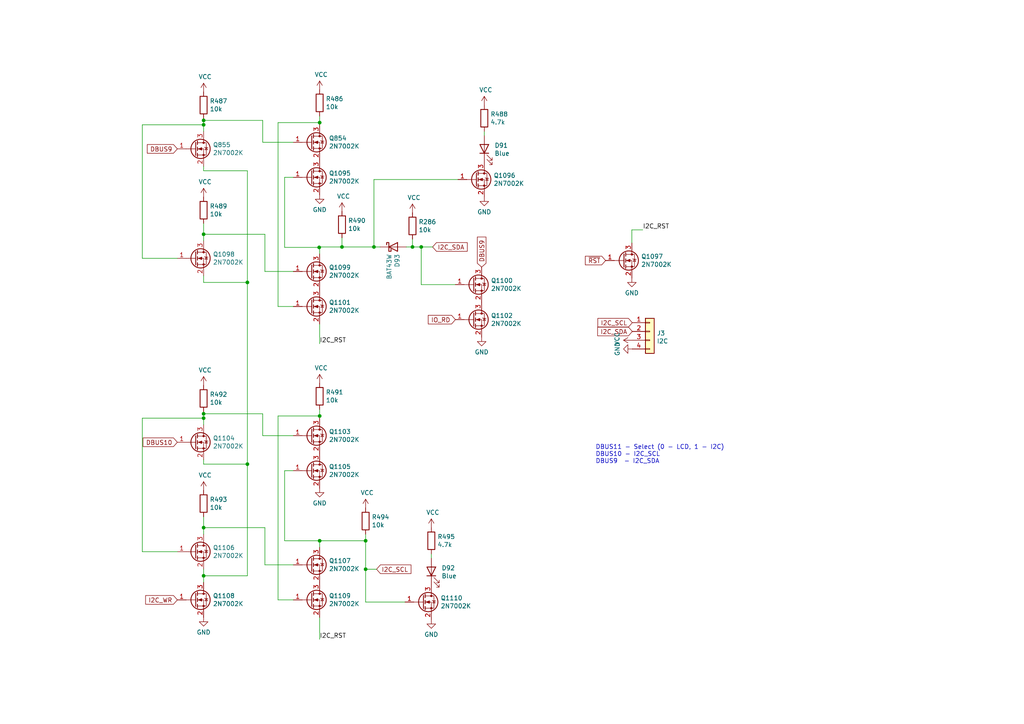
<source format=kicad_sch>
(kicad_sch (version 20210126) (generator eeschema)
  (paper "A4")
  (lib_symbols
    (symbol "Connector_Generic:Conn_01x04" (pin_names (offset 1.016) hide)
      (property "Reference" "J" (at 0 5.08 0))
      (property "Value" "Conn_01x04" (at 0 -7.62 0))
      (symbol "Conn_01x04_1_1"
        (rectangle (start -1.27 -4.953) (end 0 -5.207) (stroke (width 0.1524)))
        (rectangle (start -1.27 -2.413) (end 0 -2.667) (stroke (width 0.1524)))
        (rectangle (start -1.27 0.127) (end 0 -0.127) (stroke (width 0.1524)))
        (rectangle (start -1.27 2.667) (end 0 2.413) (stroke (width 0.1524)))
        (rectangle (start -1.27 3.81) (end 1.27 -6.35) (stroke (width 0.254)) (fill (type background)))
        (pin passive line (at -5.08 2.54 0) (length 3.81) (name "Pin_1") (number "1"))
        (pin passive line (at -5.08 0 0) (length 3.81) (name "Pin_2") (number "2"))
        (pin passive line (at -5.08 -2.54 0) (length 3.81) (name "Pin_3") (number "3"))
        (pin passive line (at -5.08 -5.08 0) (length 3.81) (name "Pin_4") (number "4"))
      )
    )
    (symbol "Device:LED" (pin_numbers hide) (pin_names (offset 1.016) hide)
      (property "Reference" "D" (at 0 2.54 0))
      (property "Value" "LED" (at 0 -2.54 0))
      (symbol "LED_0_1"
        (polyline (pts (xy -1.27 -1.27) (xy -1.27 1.27)) (stroke (width 0.254)))
        (polyline (pts (xy -1.27 0) (xy 1.27 0)))
        (polyline (pts (xy 1.27 -1.27) (xy 1.27 1.27) (xy -1.27 0) (xy 1.27 -1.27)) (stroke (width 0.254)))
        (polyline (pts (xy -3.048 -0.762) (xy -4.572 -2.286) (xy -3.81 -2.286) (xy -4.572 -2.286) (xy -4.572 -1.524)))
        (polyline (pts (xy -1.778 -0.762) (xy -3.302 -2.286) (xy -2.54 -2.286) (xy -3.302 -2.286) (xy -3.302 -1.524)))
      )
      (symbol "LED_1_1"
        (pin passive line (at -3.81 0 0) (length 2.54) (name "K") (number "1"))
        (pin passive line (at 3.81 0 180) (length 2.54) (name "A") (number "2"))
      )
    )
    (symbol "Device:R" (pin_numbers hide) (pin_names (offset 0))
      (property "Reference" "R" (at 2.032 0 90))
      (property "Value" "R" (at 0 0 90))
      (symbol "R_0_1"
        (rectangle (start -1.016 -2.54) (end 1.016 2.54) (stroke (width 0.254)))
      )
      (symbol "R_1_1"
        (pin passive line (at 0 3.81 270) (length 1.27) (name "~") (number "1"))
        (pin passive line (at 0 -3.81 90) (length 1.27) (name "~") (number "2"))
      )
    )
    (symbol "Diode:1N5819" (pin_numbers hide) (pin_names (offset 1.016) hide)
      (property "Reference" "D" (at 0 2.54 0))
      (property "Value" "1N5819" (at 0 -2.54 0))
      (symbol "1N5819_0_1"
        (polyline (pts (xy 1.27 0) (xy -1.27 0)))
        (polyline (pts (xy 1.27 1.27) (xy 1.27 -1.27) (xy -1.27 0) (xy 1.27 1.27)) (stroke (width 0.254)))
        (polyline (pts (xy -1.905 0.635) (xy -1.905 1.27) (xy -1.27 1.27) (xy -1.27 -1.27) (xy -0.635 -1.27) (xy -0.635 -0.635)) (stroke (width 0.254)))
      )
      (symbol "1N5819_1_1"
        (pin passive line (at -3.81 0 0) (length 2.54) (name "K") (number "1"))
        (pin passive line (at 3.81 0 180) (length 2.54) (name "A") (number "2"))
      )
    )
    (symbol "Transistor_FET:2N7002" (pin_names hide)
      (property "Reference" "Q" (at 5.08 1.905 0))
      (property "Value" "2N7002" (at 5.08 0 0))
      (symbol "2N7002_0_1"
        (circle (center 1.651 0) (radius 2.794) (stroke (width 0.254)))
        (circle (center 2.54 -1.778) (radius 0.254) (fill (type outline)))
        (circle (center 2.54 1.778) (radius 0.254) (fill (type outline)))
        (polyline (pts (xy 0.254 0) (xy -2.54 0)))
        (polyline (pts (xy 0.254 1.905) (xy 0.254 -1.905)) (stroke (width 0.254)))
        (polyline (pts (xy 0.762 -1.27) (xy 0.762 -2.286)) (stroke (width 0.254)))
        (polyline (pts (xy 0.762 0.508) (xy 0.762 -0.508)) (stroke (width 0.254)))
        (polyline (pts (xy 0.762 2.286) (xy 0.762 1.27)) (stroke (width 0.254)))
        (polyline (pts (xy 2.54 2.54) (xy 2.54 1.778)))
        (polyline (pts (xy 2.54 -2.54) (xy 2.54 0) (xy 0.762 0)))
        (polyline (pts (xy 0.762 -1.778) (xy 3.302 -1.778) (xy 3.302 1.778) (xy 0.762 1.778)))
        (polyline (pts (xy 2.794 0.508) (xy 2.921 0.381) (xy 3.683 0.381) (xy 3.81 0.254)))
        (polyline (pts (xy 3.302 0.381) (xy 2.921 -0.254) (xy 3.683 -0.254) (xy 3.302 0.381)))
        (polyline (pts (xy 1.016 0) (xy 2.032 0.381) (xy 2.032 -0.381) (xy 1.016 0)) (fill (type outline)))
      )
      (symbol "2N7002_1_1"
        (pin input line (at -5.08 0 0) (length 2.54) (name "G") (number "1"))
        (pin passive line (at 2.54 -5.08 90) (length 2.54) (name "S") (number "2"))
        (pin passive line (at 2.54 5.08 270) (length 2.54) (name "D") (number "3"))
      )
    )
    (symbol "power:GND" (power) (pin_names (offset 0))
      (property "Value" "GND" (at 0 -3.81 0))
      (symbol "GND_0_1"
        (polyline (pts (xy 0 0) (xy 0 -1.27) (xy 1.27 -1.27) (xy 0 -2.54) (xy -1.27 -1.27) (xy 0 -1.27)))
      )
      (symbol "GND_1_1"
        (pin power_in line (at 0 0 270) (length 0) hide (name "GND") (number "1"))
      )
    )
    (symbol "power:VCC" (power) (pin_names (offset 0))
      (property "Value" "VCC" (at 0 3.81 0))
      (symbol "VCC_0_1"
        (polyline (pts (xy -0.762 1.27) (xy 0 2.54)))
        (polyline (pts (xy 0 0) (xy 0 2.54)))
        (polyline (pts (xy 0 2.54) (xy 0.762 1.27)))
      )
      (symbol "VCC_1_1"
        (pin power_in line (at 0 0 90) (length 0) hide (name "VCC") (number "1"))
      )
    )
  )
  (junction (at 59.055 34.925) (diameter 0.9144))
  (junction (at 59.055 36.195) (diameter 0.9144))
  (junction (at 59.055 67.945) (diameter 0.9144))
  (junction (at 59.055 120.015) (diameter 0.9144))
  (junction (at 59.055 121.285) (diameter 0.9144))
  (junction (at 59.055 153.035) (diameter 0.9144))
  (junction (at 59.055 167.005) (diameter 0.9144))
  (junction (at 71.755 81.915) (diameter 0.9144))
  (junction (at 71.755 134.62) (diameter 0.9144))
  (junction (at 92.583 71.755) (diameter 0.9144))
  (junction (at 92.71 35.56) (diameter 0.9144))
  (junction (at 92.71 120.65) (diameter 0.9144))
  (junction (at 92.71 156.845) (diameter 0.9144))
  (junction (at 99.187 71.628) (diameter 0.9144))
  (junction (at 106.045 156.845) (diameter 0.9144))
  (junction (at 106.045 165.1) (diameter 0.9144))
  (junction (at 108.458 71.628) (diameter 0.9144))
  (junction (at 119.634 71.628) (diameter 0.9144))
  (junction (at 122.174 71.628) (diameter 0.9144))
  (wire (pts (xy 41.275 36.195) (xy 41.275 74.93)))
  (wire (pts (xy 41.275 36.195) (xy 59.055 36.195)))
  (wire (pts (xy 41.275 74.93) (xy 51.435 74.93)))
  (wire (pts (xy 41.275 121.285) (xy 41.275 160.02)))
  (wire (pts (xy 41.275 121.285) (xy 59.055 121.285)))
  (wire (pts (xy 41.275 160.02) (xy 51.435 160.02)))
  (wire (pts (xy 59.055 34.29) (xy 59.055 34.925)))
  (wire (pts (xy 59.055 34.925) (xy 59.055 36.195)))
  (wire (pts (xy 59.055 34.925) (xy 76.2 34.925)))
  (wire (pts (xy 59.055 36.195) (xy 59.055 38.1)))
  (wire (pts (xy 59.055 48.26) (xy 59.055 49.53)))
  (wire (pts (xy 59.055 49.53) (xy 71.755 49.53)))
  (wire (pts (xy 59.055 64.77) (xy 59.055 67.945)))
  (wire (pts (xy 59.055 67.945) (xy 59.055 69.85)))
  (wire (pts (xy 59.055 67.945) (xy 76.835 67.945)))
  (wire (pts (xy 59.055 80.01) (xy 59.055 81.915)))
  (wire (pts (xy 59.055 119.38) (xy 59.055 120.015)))
  (wire (pts (xy 59.055 120.015) (xy 59.055 121.285)))
  (wire (pts (xy 59.055 120.015) (xy 76.2 120.015)))
  (wire (pts (xy 59.055 121.285) (xy 59.055 123.19)))
  (wire (pts (xy 59.055 133.35) (xy 59.055 134.62)))
  (wire (pts (xy 59.055 134.62) (xy 71.755 134.62)))
  (wire (pts (xy 59.055 149.86) (xy 59.055 153.035)))
  (wire (pts (xy 59.055 153.035) (xy 59.055 154.94)))
  (wire (pts (xy 59.055 153.035) (xy 76.835 153.035)))
  (wire (pts (xy 59.055 165.1) (xy 59.055 167.005)))
  (wire (pts (xy 59.055 167.005) (xy 59.055 168.91)))
  (wire (pts (xy 71.755 49.53) (xy 71.755 81.915)))
  (wire (pts (xy 71.755 81.915) (xy 59.055 81.915)))
  (wire (pts (xy 71.755 81.915) (xy 71.755 134.62)))
  (wire (pts (xy 71.755 134.62) (xy 71.755 167.005)))
  (wire (pts (xy 71.755 167.005) (xy 59.055 167.005)))
  (wire (pts (xy 76.2 41.275) (xy 76.2 34.925)))
  (wire (pts (xy 76.2 126.365) (xy 76.2 120.015)))
  (wire (pts (xy 76.835 67.945) (xy 76.835 78.74)))
  (wire (pts (xy 76.835 78.74) (xy 85.09 78.74)))
  (wire (pts (xy 76.835 153.035) (xy 76.835 163.83)))
  (wire (pts (xy 76.835 163.83) (xy 85.09 163.83)))
  (wire (pts (xy 80.645 35.56) (xy 92.71 35.56)))
  (wire (pts (xy 80.645 88.9) (xy 80.645 35.56)))
  (wire (pts (xy 80.645 120.65) (xy 92.71 120.65)))
  (wire (pts (xy 80.645 173.99) (xy 80.645 120.65)))
  (wire (pts (xy 82.55 51.435) (xy 82.55 71.755)))
  (wire (pts (xy 82.55 71.755) (xy 92.583 71.755)))
  (wire (pts (xy 82.55 136.525) (xy 82.55 156.845)))
  (wire (pts (xy 82.55 156.845) (xy 92.71 156.845)))
  (wire (pts (xy 85.09 41.275) (xy 76.2 41.275)))
  (wire (pts (xy 85.09 51.435) (xy 82.55 51.435)))
  (wire (pts (xy 85.09 88.9) (xy 80.645 88.9)))
  (wire (pts (xy 85.09 126.365) (xy 76.2 126.365)))
  (wire (pts (xy 85.09 136.525) (xy 82.55 136.525)))
  (wire (pts (xy 85.09 173.99) (xy 80.645 173.99)))
  (wire (pts (xy 92.583 71.628) (xy 92.583 71.755)))
  (wire (pts (xy 92.583 71.628) (xy 99.187 71.628)))
  (wire (pts (xy 92.583 71.755) (xy 92.71 71.755)))
  (wire (pts (xy 92.71 33.655) (xy 92.71 35.56)))
  (wire (pts (xy 92.71 35.56) (xy 92.71 36.195)))
  (wire (pts (xy 92.71 71.755) (xy 92.71 73.66)))
  (wire (pts (xy 92.71 93.98) (xy 92.71 99.695)))
  (wire (pts (xy 92.71 118.745) (xy 92.71 120.65)))
  (wire (pts (xy 92.71 120.65) (xy 92.71 121.285)))
  (wire (pts (xy 92.71 156.845) (xy 92.71 158.75)))
  (wire (pts (xy 92.71 156.845) (xy 106.045 156.845)))
  (wire (pts (xy 92.71 179.07) (xy 92.71 185.42)))
  (wire (pts (xy 99.187 68.961) (xy 99.187 71.628)))
  (wire (pts (xy 99.187 71.628) (xy 108.458 71.628)))
  (wire (pts (xy 106.045 154.94) (xy 106.045 156.845)))
  (wire (pts (xy 106.045 156.845) (xy 106.045 165.1)))
  (wire (pts (xy 106.045 165.1) (xy 106.045 174.625)))
  (wire (pts (xy 106.045 165.1) (xy 109.22 165.1)))
  (wire (pts (xy 106.045 174.625) (xy 117.475 174.625)))
  (wire (pts (xy 108.458 52.07) (xy 108.458 71.628)))
  (wire (pts (xy 108.458 71.628) (xy 110.236 71.628)))
  (wire (pts (xy 117.856 71.628) (xy 119.634 71.628)))
  (wire (pts (xy 119.634 69.342) (xy 119.634 71.628)))
  (wire (pts (xy 119.634 71.628) (xy 122.174 71.628)))
  (wire (pts (xy 122.174 71.628) (xy 122.174 82.55)))
  (wire (pts (xy 125.095 160.655) (xy 125.095 161.925)))
  (wire (pts (xy 125.476 71.628) (xy 122.174 71.628)))
  (wire (pts (xy 132.08 82.55) (xy 122.174 82.55)))
  (wire (pts (xy 132.842 52.07) (xy 108.458 52.07)))
  (wire (pts (xy 140.462 38.1) (xy 140.462 39.37)))
  (wire (pts (xy 183.261 66.675) (xy 183.261 70.485)))
  (wire (pts (xy 186.436 66.675) (xy 183.261 66.675)))
  (text "DBUS11 - Select (0 - LCD, 1 - I2C)\nDBUS10 - I2C_SCL\nDBUS9  - I2C_SDA" (at 172.72 134.62 0) (effects (font (size 1.27 1.27)) (justify left bottom)))
  (label "I2C_RST" (at 92.71 99.695 0))
  (label "I2C_RST" (at 92.71 185.42 0))
  (label "I2C_RST" (at 186.436 66.675 0))
  (global_label "DBUS9" (shape input) (at 51.435 43.18 180) (property "Intersheet References" "${INTERSHEET_REFS}" (effects hide)))
  (global_label "DBUS10" (shape input) (at 51.435 128.27 180) (property "Intersheet References" "${INTERSHEET_REFS}" (effects hide)))
  (global_label "I2C_WR" (shape input) (at 51.435 173.99 180) (property "Intersheet References" "${INTERSHEET_REFS}" (effects hide)))
  (global_label "I2C_SCL" (shape input) (at 109.22 165.1 0) (property "Intersheet References" "${INTERSHEET_REFS}" (effects hide)))
  (global_label "I2C_SDA" (shape input) (at 125.476 71.628 0) (property "Intersheet References" "${INTERSHEET_REFS}" (effects hide)))
  (global_label "IO_RD" (shape input) (at 132.08 92.71 180) (property "Intersheet References" "${INTERSHEET_REFS}" (effects hide)))
  (global_label "DBUS9" (shape input) (at 139.7 77.47 90) (property "Intersheet References" "${INTERSHEET_REFS}" (effects hide)))
  (global_label "~RST" (shape input) (at 175.641 75.565 180) (property "Intersheet References" "${INTERSHEET_REFS}" (effects hide)))
  (global_label "I2C_SCL" (shape input) (at 183.388 93.599 180) (property "Intersheet References" "${INTERSHEET_REFS}" (effects hide)))
  (global_label "I2C_SDA" (shape input) (at 183.388 96.139 180) (property "Intersheet References" "${INTERSHEET_REFS}" (effects hide)))
  (symbol (lib_id "power:VCC") (at 59.055 26.67 0) (unit 1)
    (property "Reference" "#PWR0983" (effects hide))
    (property "Value" "VCC" (at 59.4868 22.2758 0))
  )
  (symbol (lib_id "power:VCC") (at 59.055 57.15 0) (unit 1)
    (property "Reference" "#PWR0986" (effects hide))
    (property "Value" "VCC" (at 59.4868 52.7558 0))
  )
  (symbol (lib_id "power:VCC") (at 59.055 111.76 0) (unit 1)
    (property "Reference" "#PWR0992" (effects hide))
    (property "Value" "VCC" (at 59.4868 107.3658 0))
  )
  (symbol (lib_id "power:VCC") (at 59.055 142.24 0) (unit 1)
    (property "Reference" "#PWR0994" (effects hide))
    (property "Value" "VCC" (at 59.4868 137.8458 0))
  )
  (symbol (lib_id "power:VCC") (at 92.71 26.035 0) (unit 1)
    (property "Reference" "#PWR0750" (effects hide))
    (property "Value" "VCC" (at 93.1418 21.6408 0))
  )
  (symbol (lib_id "power:VCC") (at 92.71 111.125 0) (unit 1)
    (property "Reference" "#PWR0991" (effects hide))
    (property "Value" "VCC" (at 93.1418 106.7308 0))
  )
  (symbol (lib_id "power:VCC") (at 99.187 61.341 0) (unit 1)
    (property "Reference" "#PWR0988" (effects hide))
    (property "Value" "VCC" (at 99.6188 56.9468 0))
  )
  (symbol (lib_id "power:VCC") (at 106.045 147.32 0) (unit 1)
    (property "Reference" "#PWR0995" (effects hide))
    (property "Value" "VCC" (at 106.4768 142.9258 0))
  )
  (symbol (lib_id "power:VCC") (at 119.634 61.722 0) (unit 1)
    (property "Reference" "#PWR01004" (effects hide))
    (property "Value" "VCC" (at 120.0658 57.3278 0))
  )
  (symbol (lib_id "power:VCC") (at 125.095 153.035 0) (unit 1)
    (property "Reference" "#PWR0996" (effects hide))
    (property "Value" "VCC" (at 125.5268 148.6408 0))
  )
  (symbol (lib_id "power:VCC") (at 140.462 30.48 0) (unit 1)
    (property "Reference" "#PWR0984" (effects hide))
    (property "Value" "VCC" (at 140.8938 26.0858 0))
  )
  (symbol (lib_id "power:VCC") (at 183.388 98.679 90) (unit 1)
    (property "Reference" "#PWR01001" (effects hide))
    (property "Value" "VCC" (at 178.9938 98.2472 0))
  )
  (symbol (lib_id "power:GND") (at 59.055 179.07 0) (unit 1)
    (property "Reference" "#PWR0997" (effects hide))
    (property "Value" "GND" (at 59.055 183.3944 0))
  )
  (symbol (lib_id "power:GND") (at 92.71 56.515 0) (unit 1)
    (property "Reference" "#PWR0985" (effects hide))
    (property "Value" "GND" (at 92.71 60.8394 0))
  )
  (symbol (lib_id "power:GND") (at 92.71 141.605 0) (unit 1)
    (property "Reference" "#PWR0993" (effects hide))
    (property "Value" "GND" (at 92.71 145.9294 0))
  )
  (symbol (lib_id "power:GND") (at 125.095 179.705 0) (unit 1)
    (property "Reference" "#PWR0998" (effects hide))
    (property "Value" "GND" (at 125.095 184.0294 0))
  )
  (symbol (lib_id "power:GND") (at 139.7 97.79 0) (unit 1)
    (property "Reference" "#PWR0990" (effects hide))
    (property "Value" "GND" (at 139.7 102.1144 0))
  )
  (symbol (lib_id "power:GND") (at 140.462 57.15 0) (unit 1)
    (property "Reference" "#PWR0987" (effects hide))
    (property "Value" "GND" (at 140.462 61.4744 0))
  )
  (symbol (lib_id "power:GND") (at 183.261 80.645 0) (unit 1)
    (property "Reference" "#PWR0989" (effects hide))
    (property "Value" "GND" (at 183.261 84.9694 0))
  )
  (symbol (lib_id "power:GND") (at 183.388 101.219 270) (unit 1)
    (property "Reference" "#PWR01000" (effects hide))
    (property "Value" "GND" (at 179.0636 101.219 0))
  )
  (symbol (lib_id "Device:R") (at 59.055 30.48 0) (unit 1)
    (property "Reference" "R487" (at 60.833 29.3116 0) (effects (justify left)))
    (property "Value" "10k" (at 60.833 31.623 0) (effects (justify left)))
    (property "Footprint" "Resistor_SMD:R_0805_2012Metric" (effects hide))
    (property "LCSC" "C17414" (effects hide))
  )
  (symbol (lib_id "Device:R") (at 59.055 60.96 0) (unit 1)
    (property "Reference" "R489" (at 60.833 59.7916 0) (effects (justify left)))
    (property "Value" "10k" (at 60.833 62.103 0) (effects (justify left)))
    (property "Footprint" "Resistor_SMD:R_0805_2012Metric" (effects hide))
    (property "LCSC" "C17414" (effects hide))
  )
  (symbol (lib_id "Device:R") (at 59.055 115.57 0) (unit 1)
    (property "Reference" "R492" (at 60.833 114.4016 0) (effects (justify left)))
    (property "Value" "10k" (at 60.833 116.713 0) (effects (justify left)))
    (property "Footprint" "Resistor_SMD:R_0805_2012Metric" (effects hide))
    (property "LCSC" "C17414" (effects hide))
  )
  (symbol (lib_id "Device:R") (at 59.055 146.05 0) (unit 1)
    (property "Reference" "R493" (at 60.833 144.8816 0) (effects (justify left)))
    (property "Value" "10k" (at 60.833 147.193 0) (effects (justify left)))
    (property "Footprint" "Resistor_SMD:R_0805_2012Metric" (effects hide))
    (property "LCSC" "C17414" (effects hide))
  )
  (symbol (lib_id "Device:R") (at 92.71 29.845 0) (unit 1)
    (property "Reference" "R486" (at 94.488 28.6766 0) (effects (justify left)))
    (property "Value" "10k" (at 94.488 30.988 0) (effects (justify left)))
    (property "Footprint" "Resistor_SMD:R_0805_2012Metric" (effects hide))
    (property "LCSC" "C17414" (effects hide))
  )
  (symbol (lib_id "Device:R") (at 92.71 114.935 0) (unit 1)
    (property "Reference" "R491" (at 94.488 113.7666 0) (effects (justify left)))
    (property "Value" "10k" (at 94.488 116.078 0) (effects (justify left)))
    (property "Footprint" "Resistor_SMD:R_0805_2012Metric" (effects hide))
    (property "LCSC" "C17414" (effects hide))
  )
  (symbol (lib_id "Device:R") (at 99.187 65.151 0) (unit 1)
    (property "Reference" "R490" (at 100.965 63.9826 0) (effects (justify left)))
    (property "Value" "10k" (at 100.965 66.294 0) (effects (justify left)))
    (property "Footprint" "Resistor_SMD:R_0805_2012Metric" (effects hide))
    (property "LCSC" "C17414" (effects hide))
  )
  (symbol (lib_id "Device:R") (at 106.045 151.13 0) (unit 1)
    (property "Reference" "R494" (at 107.823 149.9616 0) (effects (justify left)))
    (property "Value" "10k" (at 107.823 152.273 0) (effects (justify left)))
    (property "Footprint" "Resistor_SMD:R_0805_2012Metric" (effects hide))
    (property "LCSC" "C17414" (effects hide))
  )
  (symbol (lib_id "Device:R") (at 119.634 65.532 0) (unit 1)
    (property "Reference" "R286" (at 121.412 64.3636 0) (effects (justify left)))
    (property "Value" "10k" (at 121.412 66.675 0) (effects (justify left)))
    (property "Footprint" "Resistor_SMD:R_0805_2012Metric" (effects hide))
    (property "LCSC" "C17414" (effects hide))
  )
  (symbol (lib_id "Device:R") (at 125.095 156.845 0) (unit 1)
    (property "Reference" "R495" (at 126.873 155.6766 0) (effects (justify left)))
    (property "Value" "4.7k" (at 126.873 157.988 0) (effects (justify left)))
    (property "Footprint" "Resistor_SMD:R_0805_2012Metric" (effects hide))
    (property "LCSC" "C17673" (effects hide))
  )
  (symbol (lib_id "Device:R") (at 140.462 34.29 0) (unit 1)
    (property "Reference" "R488" (at 142.24 33.1216 0) (effects (justify left)))
    (property "Value" "4.7k" (at 142.24 35.433 0) (effects (justify left)))
    (property "Footprint" "Resistor_SMD:R_0805_2012Metric" (effects hide))
    (property "LCSC" "C17673" (effects hide))
  )
  (symbol (lib_id "Diode:1N5819") (at 114.046 71.628 0) (unit 1)
    (property "Reference" "D93" (at 115.1954 73.6601 90) (effects (justify right)))
    (property "Value" "BAT43W" (at 112.8967 73.6601 90) (effects (justify right)))
    (property "Footprint" "Diode_SMD:D_SOD-123" (effects hide))
    (property "Datasheet" "https://datasheet.lcsc.com/szlcsc/Changjiang-Electronics-Tech-CJ-BAT43W_C19167.pdf" (effects hide))
    (property "LCSC" "C19167" (effects hide))
  )
  (symbol (lib_id "Device:LED") (at 125.095 165.735 90) (unit 1)
    (property "Reference" "D92" (at 128.0668 164.7444 90) (effects (justify right)))
    (property "Value" "Blue" (at 128.0668 167.0558 90) (effects (justify right)))
    (property "Footprint" "LED_SMD:LED_0805_2012Metric" (effects hide))
    (property "LCSC" "C2293" (effects hide))
  )
  (symbol (lib_id "Device:LED") (at 140.462 43.18 90) (unit 1)
    (property "Reference" "D91" (at 143.4338 42.1894 90) (effects (justify right)))
    (property "Value" "Blue" (at 143.4338 44.5008 90) (effects (justify right)))
    (property "Footprint" "LED_SMD:LED_0805_2012Metric" (effects hide))
    (property "LCSC" "C2293" (effects hide))
  )
  (symbol (lib_id "Connector_Generic:Conn_01x04") (at 188.468 96.139 0) (unit 1)
    (property "Reference" "J3" (at 190.5001 96.6481 0) (effects (justify left)))
    (property "Value" "I2C" (at 190.5001 98.9468 0) (effects (justify left)))
    (property "Footprint" "Connector_PinHeader_2.54mm:PinHeader_1x04_P2.54mm_Vertical" (effects hide))
  )
  (symbol (lib_id "Transistor_FET:2N7002") (at 56.515 43.18 0) (unit 1)
    (property "Reference" "Q855" (at 61.7474 42.0116 0) (effects (justify left)))
    (property "Value" "2N7002K" (at 61.747 44.323 0) (effects (justify left)))
    (property "Footprint" "Package_TO_SOT_SMD:SOT-23" (effects hide))
    (property "Datasheet" "https://datasheet.lcsc.com/szlcsc/Guangdong-Hottech-2N7002K_C181083.pdf" (effects hide))
    (property "LCSC" "C181083" (effects hide))
  )
  (symbol (lib_id "Transistor_FET:2N7002") (at 56.515 74.93 0) (unit 1)
    (property "Reference" "Q1098" (at 61.7474 73.7616 0) (effects (justify left)))
    (property "Value" "2N7002K" (at 61.747 76.073 0) (effects (justify left)))
    (property "Footprint" "Package_TO_SOT_SMD:SOT-23" (effects hide))
    (property "Datasheet" "https://datasheet.lcsc.com/szlcsc/Guangdong-Hottech-2N7002K_C181083.pdf" (effects hide))
    (property "LCSC" "C181083" (effects hide))
  )
  (symbol (lib_id "Transistor_FET:2N7002") (at 56.515 128.27 0) (unit 1)
    (property "Reference" "Q1104" (at 61.7474 127.1016 0) (effects (justify left)))
    (property "Value" "2N7002K" (at 61.747 129.413 0) (effects (justify left)))
    (property "Footprint" "Package_TO_SOT_SMD:SOT-23" (effects hide))
    (property "Datasheet" "https://datasheet.lcsc.com/szlcsc/Guangdong-Hottech-2N7002K_C181083.pdf" (effects hide))
    (property "LCSC" "C181083" (effects hide))
  )
  (symbol (lib_id "Transistor_FET:2N7002") (at 56.515 160.02 0) (unit 1)
    (property "Reference" "Q1106" (at 61.7474 158.8516 0) (effects (justify left)))
    (property "Value" "2N7002K" (at 61.747 161.163 0) (effects (justify left)))
    (property "Footprint" "Package_TO_SOT_SMD:SOT-23" (effects hide))
    (property "Datasheet" "https://datasheet.lcsc.com/szlcsc/Guangdong-Hottech-2N7002K_C181083.pdf" (effects hide))
    (property "LCSC" "C181083" (effects hide))
  )
  (symbol (lib_id "Transistor_FET:2N7002") (at 56.515 173.99 0) (unit 1)
    (property "Reference" "Q1108" (at 61.7474 172.8216 0) (effects (justify left)))
    (property "Value" "2N7002K" (at 61.747 175.133 0) (effects (justify left)))
    (property "Footprint" "Package_TO_SOT_SMD:SOT-23" (effects hide))
    (property "Datasheet" "https://datasheet.lcsc.com/szlcsc/Guangdong-Hottech-2N7002K_C181083.pdf" (effects hide))
    (property "LCSC" "C181083" (effects hide))
  )
  (symbol (lib_id "Transistor_FET:2N7002") (at 90.17 41.275 0) (unit 1)
    (property "Reference" "Q854" (at 95.4024 40.1066 0) (effects (justify left)))
    (property "Value" "2N7002K" (at 95.402 42.418 0) (effects (justify left)))
    (property "Footprint" "Package_TO_SOT_SMD:SOT-23" (effects hide))
    (property "Datasheet" "https://datasheet.lcsc.com/szlcsc/Guangdong-Hottech-2N7002K_C181083.pdf" (effects hide))
    (property "LCSC" "C181083" (effects hide))
  )
  (symbol (lib_id "Transistor_FET:2N7002") (at 90.17 51.435 0) (unit 1)
    (property "Reference" "Q1095" (at 95.4024 50.2666 0) (effects (justify left)))
    (property "Value" "2N7002K" (at 95.402 52.578 0) (effects (justify left)))
    (property "Footprint" "Package_TO_SOT_SMD:SOT-23" (effects hide))
    (property "Datasheet" "https://datasheet.lcsc.com/szlcsc/Guangdong-Hottech-2N7002K_C181083.pdf" (effects hide))
    (property "LCSC" "C181083" (effects hide))
  )
  (symbol (lib_id "Transistor_FET:2N7002") (at 90.17 78.74 0) (unit 1)
    (property "Reference" "Q1099" (at 95.4024 77.5716 0) (effects (justify left)))
    (property "Value" "2N7002K" (at 95.402 79.883 0) (effects (justify left)))
    (property "Footprint" "Package_TO_SOT_SMD:SOT-23" (effects hide))
    (property "Datasheet" "https://datasheet.lcsc.com/szlcsc/Guangdong-Hottech-2N7002K_C181083.pdf" (effects hide))
    (property "LCSC" "C181083" (effects hide))
  )
  (symbol (lib_id "Transistor_FET:2N7002") (at 90.17 88.9 0) (unit 1)
    (property "Reference" "Q1101" (at 95.4024 87.7316 0) (effects (justify left)))
    (property "Value" "2N7002K" (at 95.402 90.043 0) (effects (justify left)))
    (property "Footprint" "Package_TO_SOT_SMD:SOT-23" (effects hide))
    (property "Datasheet" "https://datasheet.lcsc.com/szlcsc/Guangdong-Hottech-2N7002K_C181083.pdf" (effects hide))
    (property "LCSC" "C181083" (effects hide))
  )
  (symbol (lib_id "Transistor_FET:2N7002") (at 90.17 126.365 0) (unit 1)
    (property "Reference" "Q1103" (at 95.4024 125.1966 0) (effects (justify left)))
    (property "Value" "2N7002K" (at 95.402 127.508 0) (effects (justify left)))
    (property "Footprint" "Package_TO_SOT_SMD:SOT-23" (effects hide))
    (property "Datasheet" "https://datasheet.lcsc.com/szlcsc/Guangdong-Hottech-2N7002K_C181083.pdf" (effects hide))
    (property "LCSC" "C181083" (effects hide))
  )
  (symbol (lib_id "Transistor_FET:2N7002") (at 90.17 136.525 0) (unit 1)
    (property "Reference" "Q1105" (at 95.4024 135.3566 0) (effects (justify left)))
    (property "Value" "2N7002K" (at 95.402 137.668 0) (effects (justify left)))
    (property "Footprint" "Package_TO_SOT_SMD:SOT-23" (effects hide))
    (property "Datasheet" "https://datasheet.lcsc.com/szlcsc/Guangdong-Hottech-2N7002K_C181083.pdf" (effects hide))
    (property "LCSC" "C181083" (effects hide))
  )
  (symbol (lib_id "Transistor_FET:2N7002") (at 90.17 163.83 0) (unit 1)
    (property "Reference" "Q1107" (at 95.4024 162.6616 0) (effects (justify left)))
    (property "Value" "2N7002K" (at 95.402 164.973 0) (effects (justify left)))
    (property "Footprint" "Package_TO_SOT_SMD:SOT-23" (effects hide))
    (property "Datasheet" "https://datasheet.lcsc.com/szlcsc/Guangdong-Hottech-2N7002K_C181083.pdf" (effects hide))
    (property "LCSC" "C181083" (effects hide))
  )
  (symbol (lib_id "Transistor_FET:2N7002") (at 90.17 173.99 0) (unit 1)
    (property "Reference" "Q1109" (at 95.4024 172.8216 0) (effects (justify left)))
    (property "Value" "2N7002K" (at 95.402 175.133 0) (effects (justify left)))
    (property "Footprint" "Package_TO_SOT_SMD:SOT-23" (effects hide))
    (property "Datasheet" "https://datasheet.lcsc.com/szlcsc/Guangdong-Hottech-2N7002K_C181083.pdf" (effects hide))
    (property "LCSC" "C181083" (effects hide))
  )
  (symbol (lib_id "Transistor_FET:2N7002") (at 122.555 174.625 0) (unit 1)
    (property "Reference" "Q1110" (at 127.7874 173.4566 0) (effects (justify left)))
    (property "Value" "2N7002K" (at 127.787 175.768 0) (effects (justify left)))
    (property "Footprint" "Package_TO_SOT_SMD:SOT-23" (effects hide))
    (property "Datasheet" "https://datasheet.lcsc.com/szlcsc/Guangdong-Hottech-2N7002K_C181083.pdf" (effects hide))
    (property "LCSC" "C181083" (effects hide))
  )
  (symbol (lib_id "Transistor_FET:2N7002") (at 137.16 82.55 0) (unit 1)
    (property "Reference" "Q1100" (at 142.3924 81.3816 0) (effects (justify left)))
    (property "Value" "2N7002K" (at 142.392 83.693 0) (effects (justify left)))
    (property "Footprint" "Package_TO_SOT_SMD:SOT-23" (effects hide))
    (property "Datasheet" "https://datasheet.lcsc.com/szlcsc/Guangdong-Hottech-2N7002K_C181083.pdf" (effects hide))
    (property "LCSC" "C181083" (effects hide))
  )
  (symbol (lib_id "Transistor_FET:2N7002") (at 137.16 92.71 0) (unit 1)
    (property "Reference" "Q1102" (at 142.3924 91.5416 0) (effects (justify left)))
    (property "Value" "2N7002K" (at 142.392 93.853 0) (effects (justify left)))
    (property "Footprint" "Package_TO_SOT_SMD:SOT-23" (effects hide))
    (property "Datasheet" "https://datasheet.lcsc.com/szlcsc/Guangdong-Hottech-2N7002K_C181083.pdf" (effects hide))
    (property "LCSC" "C181083" (effects hide))
  )
  (symbol (lib_id "Transistor_FET:2N7002") (at 137.922 52.07 0) (unit 1)
    (property "Reference" "Q1096" (at 143.1544 50.9016 0) (effects (justify left)))
    (property "Value" "2N7002K" (at 143.154 53.213 0) (effects (justify left)))
    (property "Footprint" "Package_TO_SOT_SMD:SOT-23" (effects hide))
    (property "Datasheet" "https://datasheet.lcsc.com/szlcsc/Guangdong-Hottech-2N7002K_C181083.pdf" (effects hide))
    (property "LCSC" "C181083" (effects hide))
  )
  (symbol (lib_id "Transistor_FET:2N7002") (at 180.721 75.565 0) (unit 1)
    (property "Reference" "Q1097" (at 185.9534 74.3966 0) (effects (justify left)))
    (property "Value" "2N7002K" (at 185.953 76.708 0) (effects (justify left)))
    (property "Footprint" "Package_TO_SOT_SMD:SOT-23" (effects hide))
    (property "Datasheet" "https://datasheet.lcsc.com/szlcsc/Guangdong-Hottech-2N7002K_C181083.pdf" (effects hide))
    (property "LCSC" "C181083" (effects hide))
  )
)
</source>
